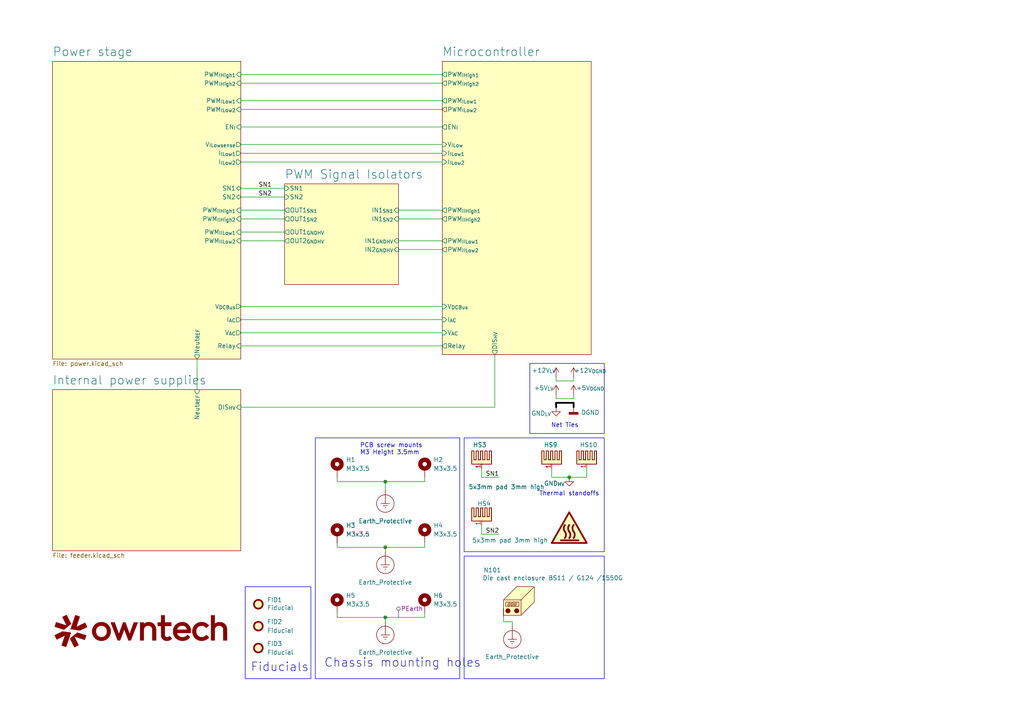
<source format=kicad_sch>
(kicad_sch (version 20250114) (generator "eeschema") (generator_version "9.0")
  (paper "A4")
  (title_block (title "Micro-inverter - 450W") (date "2026-01-27") (rev "A") (comment 1 "JAL") (comment 2 "JAL") (comment 3 "JAL") (comment 4 "V0.9"))
  (lib_symbols
    (symbol "GND_1" (power) (pin_numbers (hide yes)) (pin_names (offset 0) (hide yes))
      (property "Value" "GND" (at 0 -3.81 0))
      (symbol "GND_1_1_1"
        (pin power_in line (at 0 0 270) (length 0) (name "~") (number "1"))
      )
    )
    (symbol "Graphic:SYM_Hot_Large" (on_board no))
    (symbol "Mechanical:Fiducial"
      (property "Reference" "FID" (at 0 5.08 0))
      (property "Value" "Fiducial" (at 0 3.175 0))
    )
    (symbol "Mechanical:Heatsink_Pad" (pin_names (offset 0))
      (property "Reference" "HS" (at 0 5.715 0))
      (property "Value" "Heatsink_Pad" (at 0 3.81 0))
      (symbol "Heatsink_Pad_1_1"
        (pin passive line (at 0 -2.54 90) (length 1.27) (name "~") (number "1"))
      )
    )
    (symbol "Mechanical:Housing_Pad" (pin_numbers (hide yes)) (pin_names (offset 1.016) (hide yes))
      (property "Reference" "N" (at 4.445 0 0))
      (property "Value" "Housing_Pad" (at 4.445 -1.905 0))
      (symbol "Housing_Pad_1_1"
        (pin input line (at -5.08 -5.08 90) (length 2.54) (name "PAD") (number "1"))
      )
    )
    (symbol "Mechanical:MountingHole_Pad" (pin_numbers (hide yes)) (pin_names (offset 1.016) (hide yes)) (in_bom no)
      (property "Reference" "H" (at 0 6.35 0))
      (property "Value" "MountingHole_Pad" (at 0 4.445 0))
      (symbol "MountingHole_Pad_1_1"
        (pin input line (at 0 -2.54 90) (length 2.54) (name "1") (number "1"))
      )
    )
    (symbol "Symbols:Logo"
      (property "Reference" "U" (at 0 0 0))
    )
    (symbol "power:+12V" (power) (pin_numbers (hide yes)) (pin_names (offset 0) (hide yes))
      (property "Value" "+12V" (at 0 3.556 0))
      (symbol "+12V_1_1"
        (pin power_in line (at 0 0 90) (length 0) (name "~") (number "1"))
      )
    )
    (symbol "power:Earth_Protective" (power) (pin_numbers (hide yes)) (pin_names (offset 0) (hide yes))
      (property "Value" "Earth_Protective" (at 0 -7.62 0))
      (symbol "Earth_Protective_1_1"
        (pin power_in line (at 0 0 270) (length 0) (name "~") (number "1"))
      )
    )
    (symbol "power:GND" (power) (pin_numbers (hide yes)) (pin_names (offset 0) (hide yes))
      (property "Value" "GND" (at 0 -3.81 0))
      (symbol "GND_1_1"
        (pin power_in line (at 0 0 270) (length 0) (name "~") (number "1"))
      )
    )
    (symbol "power:GNDD" (power) (pin_numbers (hide yes)) (pin_names (offset 0) (hide yes))
      (property "Value" "GNDD" (at 0 -3.175 0))
      (symbol "GNDD_1_1"
        (pin power_in line (at 0 0 270) (length 0) (name "~") (number "1"))
      )
    )
  )
  (rectangle (start 153.67 105.41) (end 175.26 125.73))
  (rectangle (start 91.44 127) (end 133.35 196.85))
  (rectangle (start 71.12 170.18) (end 90.17 196.85))
  (rectangle (start 134.62 127) (end 175.26 160.02))
  (rectangle (start 134.62 161.29) (end 175.26 196.85))
  (text "Thermal standoffs" (at 165.1 143.256 0) (effects (font (size 1.27 1.27))))
  (text "PCB screw mounts\nM3 Height 3.5mm" (at 104.394 130.302 0) (effects (font (size 1.27 1.27)) (justify left)))
  (text "Net Ties" (at 163.83 123.444 0) (effects (font (size 1.27 1.27))))
  (text "Fiducials" (at 72.644 195.072 0) (effects (font (size 2.5 2.5)) (justify left bottom)))
  (text "Chassis mounting holes" (at 93.98 193.802 0) (effects (font (size 2.5 2.5)) (justify left bottom)))
  (junction (at 111.76 179.07))
  (junction (at 111.76 158.75))
  (junction (at 165.1 138.43))
  (junction (at 111.76 139.7))
  (wire (pts (xy 146.05 179.07) (xy 146.05 180.34)))
  (wire (pts (xy 97.79 177.8) (xy 97.79 179.07)))
  (wire (pts (xy 69.85 92.71) (xy 128.27 92.71)))
  (wire (pts (xy 69.85 69.85) (xy 82.55 69.85)))
  (wire (pts (xy 115.57 60.96) (xy 128.27 60.96)))
  (wire (pts (xy 69.85 60.96) (xy 82.55 60.96)))
  (wire (pts (xy 69.85 54.61) (xy 82.55 54.61)))
  (wire (pts (xy 97.79 138.43) (xy 97.79 139.7)))
  (wire (pts (xy 69.85 41.91) (xy 128.27 41.91)))
  (wire (pts (xy 166.37 109.22) (xy 166.37 110.49)))
  (wire (pts (xy 115.57 69.85) (xy 128.27 69.85)))
  (wire (pts (xy 97.79 158.75) (xy 111.76 158.75)))
  (wire (pts (xy 69.85 46.99) (xy 128.27 46.99)))
  (wire (pts (xy 69.85 88.9) (xy 128.27 88.9)))
  (wire (pts (xy 111.76 180.34) (xy 111.76 179.07)))
  (wire (pts (xy 97.79 179.07) (xy 111.76 179.07)))
  (wire (pts (xy 160.02 138.43) (xy 165.1 138.43)))
  (wire (pts (xy 146.05 180.34) (xy 148.59 180.34)))
  (wire (pts (xy 143.51 102.87) (xy 143.51 118.11)))
  (wire (pts (xy 166.37 110.49) (xy 161.29 110.49)))
  (wire (pts (xy 148.59 180.34) (xy 148.59 181.61)))
  (wire (pts (xy 123.19 157.48) (xy 123.19 158.75)))
  (wire (pts (xy 69.85 67.31) (xy 82.55 67.31)))
  (wire (pts (xy 97.79 157.48) (xy 97.79 158.75)))
  (wire (pts (xy 69.85 63.5) (xy 82.55 63.5)))
  (wire (pts (xy 111.76 139.7) (xy 123.19 139.7)))
  (wire (pts (xy 69.85 96.52) (xy 128.27 96.52)))
  (wire (pts (xy 139.7 138.43) (xy 139.7 135.89)))
  (wire (pts (xy 161.29 109.22) (xy 161.29 110.49)))
  (wire (pts (xy 111.76 158.75) (xy 111.76 160.02)))
  (wire (pts (xy 123.19 179.07) (xy 123.19 177.8)))
  (wire (pts (xy 69.85 57.15) (xy 82.55 57.15)))
  (wire (pts (xy 165.1 138.43) (xy 170.18 138.43)))
  (wire (pts (xy 123.19 138.43) (xy 123.19 139.7)))
  (wire (pts (xy 69.85 29.21) (xy 128.27 29.21)))
  (wire (pts (xy 161.29 116.84) (xy 161.29 118.11)) (stroke (width 0.5) (color 0 0 0 1)))
  (wire (pts (xy 111.76 158.75) (xy 123.19 158.75)))
  (wire (pts (xy 69.85 44.45) (xy 128.27 44.45)))
  (wire (pts (xy 97.79 139.7) (xy 111.76 139.7)))
  (wire (pts (xy 111.76 179.07) (xy 123.19 179.07)))
  (wire (pts (xy 143.51 118.11) (xy 69.85 118.11)))
  (wire (pts (xy 115.57 72.39) (xy 128.27 72.39)))
  (wire (pts (xy 160.02 138.43) (xy 160.02 135.89)))
  (wire (pts (xy 69.85 21.59) (xy 128.27 21.59)))
  (wire (pts (xy 69.85 36.83) (xy 128.27 36.83)))
  (wire (pts (xy 111.76 139.7) (xy 111.76 142.24)))
  (wire (pts (xy 57.15 104.14) (xy 57.15 113.03)))
  (wire (pts (xy 144.78 154.94) (xy 139.7 154.94)))
  (wire (pts (xy 166.37 115.57) (xy 161.29 115.57)))
  (wire (pts (xy 161.29 116.84) (xy 166.37 116.84)) (stroke (width 0.5) (color 0 0 0 1)))
  (wire (pts (xy 166.37 114.3) (xy 166.37 115.57)))
  (wire (pts (xy 69.85 31.75) (xy 128.27 31.75)))
  (wire (pts (xy 115.57 63.5) (xy 128.27 63.5)))
  (wire (pts (xy 166.37 116.84) (xy 166.37 118.11)) (stroke (width 0.5) (color 0 0 0 1)))
  (wire (pts (xy 139.7 154.94) (xy 139.7 152.4)))
  (wire (pts (xy 144.78 138.43) (xy 139.7 138.43)))
  (wire (pts (xy 161.29 114.3) (xy 161.29 115.57)))
  (wire (pts (xy 69.85 24.13) (xy 128.27 24.13)))
  (wire (pts (xy 69.85 100.33) (xy 128.27 100.33)))
  (wire (pts (xy 170.18 138.43) (xy 170.18 135.89)))
  (label "SN1" (at 144.78 138.43 180))
  (label "SN1" (at 74.93 54.61 0))
  (label "SN2" (at 74.93 57.15 0))
  (label "SN2" (at 144.78 154.94 180))
  (netclass_flag "" (length 2.54) (shape round) (at 115.57 179.07 0) (property "Netclass" "PEarth" (at 116.2685 176.53 0) (effects (justify left))))
  (symbol (lib_id "Mechanical:Heatsink_Pad") (at 160.02 133.35 0) (unit 1)
    (property "Reference" "HS9" (at 157.734 129.032 0) (effects (justify left)))
    (property "Value" "5x3mm pad 3mm high" (effects (hide yes)))
    (property "Footprint" "Footprints:Heatsink_BTC-533-ZN01" (effects (hide yes)))
    (property "Description" "Heatsink with electrical connection, 1 pin" (effects (hide yes)))
    (property "LCSC" "C42404563" (effects (hide yes)))
  )
  (symbol (lib_id "power:Earth_Protective") (at 148.59 181.61 0) (unit 1)
    (property "Reference" "#PWR0122" (effects (hide yes)))
    (property "Value" "Earth_Protective" (at 148.59 190.5 0))
    (property "Description" "Power symbol creates a global label with name \"Earth_Protective\"" (effects (hide yes)))
  )
  (symbol (lib_id "Mechanical:MountingHole_Pad") (at 97.79 154.94 0) (unit 1)
    (property "Reference" "H3" (at 100.33 152.3999 0) (effects (justify left)))
    (property "Value" "M3x3.5" (at 100.33 154.9399 0) (effects (justify left)))
    (property "Footprint" "Footprints:MountingHole_Pad_SMD_BD5.6-D4.1" (effects (hide yes)))
    (property "Description" "Mounting Hole with connection" (effects (hide yes)))
    (property "LCSC" "C2916333" (effects (hide yes)))
  )
  (symbol (lib_id "Mechanical:MountingHole_Pad") (at 97.79 135.89 0) (unit 1)
    (property "Reference" "H1" (at 100.33 133.3499 0) (effects (justify left)))
    (property "Value" "M3x3.5" (at 100.33 135.8899 0) (effects (justify left)))
    (property "Footprint" "Footprints:MountingHole_Pad_SMD_BD5.6-D4.1" (effects (hide yes)))
    (property "Description" "Mounting Hole with connection" (effects (hide yes)))
    (property "LCSC" "C2916333" (effects (hide yes)))
  )
  (symbol (lib_id "Mechanical:Heatsink_Pad") (at 170.18 133.35 0) (unit 1)
    (property "Reference" "HS10" (at 168.148 129.032 0) (effects (justify left)))
    (property "Value" "5x3mm pad 3mm high" (effects (hide yes)))
    (property "Footprint" "Footprints:Heatsink_BTC-533-ZN01" (effects (hide yes)))
    (property "Description" "Heatsink with electrical connection, 1 pin" (effects (hide yes)))
    (property "LCSC" "C42404563" (effects (hide yes)))
  )
  (symbol (lib_id "Graphic:SYM_Hot_Large") (at 165.1 152.4 0) (unit 1) (exclude_from_sim yes) (on_board no)
    (property "Reference" "#SYM1" (effects (hide yes)))
    (property "Value" "SYM_Hot_Large" (effects (hide yes)))
    (property "Description" "Hot surface warning symbol, large" (effects (hide yes)))
  )
  (symbol (lib_id "Mechanical:MountingHole_Pad") (at 123.19 154.94 0) (unit 1)
    (property "Reference" "H4" (at 125.73 152.3999 0) (effects (justify left)))
    (property "Value" "M3x3.5" (at 125.73 154.9399 0) (effects (justify left)))
    (property "Footprint" "Footprints:MountingHole_Pad_SMD_BD5.6-D4.1" (effects (hide yes)))
    (property "Description" "Mounting Hole with connection" (effects (hide yes)))
    (property "LCSC" "C2916333" (effects (hide yes)))
  )
  (symbol (lib_id "power:Earth_Protective") (at 111.76 160.02 0) (unit 1)
    (property "Reference" "#PWR050" (effects (hide yes)))
    (property "Value" "Earth_Protective" (at 111.76 168.91 0))
    (property "Description" "Power symbol creates a global label with name \"Earth_Protective\"" (effects (hide yes)))
  )
  (symbol (lib_id "power:+12V") (at 166.37 114.3 0) (unit 1)
    (property "Reference" "#PWR0129" (effects (hide yes)))
    (property "Value" "+5V_{DGND}" (at 171.196 112.522 0))
    (property "Description" "Power symbol creates a global label with name \"+12V\"" (effects (hide yes)))
  )
  (symbol (lib_id "Mechanical:MountingHole_Pad") (at 97.79 175.26 0) (unit 1)
    (property "Reference" "H5" (at 100.33 172.7199 0) (effects (justify left)))
    (property "Value" "M3x3.5" (at 100.33 175.2599 0) (effects (justify left)))
    (property "Footprint" "Footprints:MountingHole_Pad_SMD_BD5.6-D4.1" (effects (hide yes)))
    (property "Description" "Mounting Hole with connection" (effects (hide yes)))
    (property "LCSC" "C2916333" (effects (hide yes)))
  )
  (symbol (lib_id "Mechanical:MountingHole_Pad") (at 123.19 135.89 0) (unit 1)
    (property "Reference" "H2" (at 125.73 133.3499 0) (effects (justify left)))
    (property "Value" "M3x3.5" (at 125.73 135.8899 0) (effects (justify left)))
    (property "Footprint" "Footprints:MountingHole_Pad_SMD_BD5.6-D4.1" (effects (hide yes)))
    (property "Description" "Mounting Hole with connection" (effects (hide yes)))
    (property "LCSC" "C2916333" (effects (hide yes)))
  )
  (symbol (lib_id "Mechanical:Fiducial") (at 74.93 181.61 0) (unit 1)
    (property "Reference" "FID2" (at 77.47 180.34 0) (effects (justify left)))
    (property "Value" "Fiducial" (at 77.47 182.88 0) (effects (justify left)))
    (property "Footprint" "Fiducial:Fiducial_1mm_Mask2mm" (effects (hide yes)))
    (property "Description" "Fiducial Marker" (effects (hide yes)))
  )
  (symbol (lib_id "power:+12V") (at 161.29 109.22 0) (unit 1)
    (property "Reference" "#PWR0134" (effects (hide yes)))
    (property "Value" "+12V_{LV}" (at 157.734 107.442 0))
    (property "Description" "Power symbol creates a global label with name \"+12V\"" (effects (hide yes)))
  )
  (symbol (lib_id "Mechanical:Housing_Pad") (at 151.13 173.99 0) (unit 1) (exclude_from_sim yes) (in_bom no) (on_board no)
    (property "Reference" "N101" (at 140.208 165.354 0) (effects (justify left)))
    (property "Value" "Die cast enclosure BS11 / G124 /1550G" (at 139.954 167.64 0) (effects (justify left)))
    (property "Footprint" "Footprints:Die Cast Casing 1550G" (effects (hide yes)))
    (property "Description" "Housing with connection pin" (effects (hide yes)))
  )
  (symbol (lib_id "Mechanical:Fiducial") (at 74.93 175.26 0) (unit 1)
    (property "Reference" "FID1" (at 77.47 173.99 0) (effects (justify left)))
    (property "Value" "Fiducial" (at 77.47 176.276 0) (effects (justify left)))
    (property "Footprint" "Fiducial:Fiducial_1mm_Mask2mm" (effects (hide yes)))
    (property "Description" "Fiducial Marker" (effects (hide yes)))
  )
  (symbol (lib_id "power:Earth_Protective") (at 111.76 142.24 0) (unit 1)
    (property "Reference" "#PWR051" (effects (hide yes)))
    (property "Value" "Earth_Protective" (at 111.76 151.13 0))
    (property "Description" "Power symbol creates a global label with name \"Earth_Protective\"" (effects (hide yes)))
  )
  (symbol (lib_id "Mechanical:Heatsink_Pad") (at 139.7 133.35 0) (unit 1)
    (property "Reference" "HS3" (at 137.16 129.032 0) (effects (justify left)))
    (property "Value" "5x3mm pad 3mm high" (at 135.89 141.224 0) (effects (justify left)))
    (property "Footprint" "Footprints:Heatsink_BTC-533-ZN01" (effects (hide yes)))
    (property "Description" "Heatsink with electrical connection, 1 pin" (effects (hide yes)))
    (property "LCSC" "C42404563" (effects (hide yes)))
  )
  (symbol (lib_id "power:GND") (at 161.29 118.11 0) (unit 1)
    (property "Reference" "#PWR0127" (effects (hide yes)))
    (property "Value" "GND_{LV}" (at 156.972 119.888 0))
    (property "Description" "Power symbol creates a global label with name \"GND\" , ground" (effects (hide yes)))
  )
  (symbol (lib_id "power:GNDD") (at 166.37 118.11 0) (unit 1)
    (property "Reference" "#PWR0128" (effects (hide yes)))
    (property "Value" "DGND" (at 171.196 119.634 0))
    (property "Description" "Power symbol creates a global label with name \"GNDD\" , digital ground" (effects (hide yes)))
  )
  (symbol (lib_id "Mechanical:Heatsink_Pad") (at 139.7 149.86 0) (unit 1)
    (property "Reference" "HS4" (at 138.43 146.05 0) (effects (justify left)))
    (property "Value" "5x3mm pad 3mm high" (at 136.906 156.718 0) (effects (justify left)))
    (property "Footprint" "Footprints:Heatsink_BTC-533-ZN01" (effects (hide yes)))
    (property "Description" "Heatsink with electrical connection, 1 pin" (effects (hide yes)))
    (property "LCSC" "C42404563" (effects (hide yes)))
  )
  (symbol (lib_id "power:+12V") (at 166.37 109.22 0) (unit 1)
    (property "Reference" "#PWR0135" (effects (hide yes)))
    (property "Value" "+12V_{DGND}" (at 171.196 107.442 0))
    (property "Description" "Power symbol creates a global label with name \"+12V\"" (effects (hide yes)))
  )
  (symbol (lib_id "Mechanical:Fiducial") (at 74.93 187.96 0) (unit 1)
    (property "Reference" "FID3" (at 77.47 186.69 0) (effects (justify left)))
    (property "Value" "Fiducial" (at 77.47 189.23 0) (effects (justify left)))
    (property "Footprint" "Fiducial:Fiducial_1mm_Mask2mm" (effects (hide yes)))
    (property "Description" "Fiducial Marker" (effects (hide yes)))
  )
  (symbol (lib_id "power:Earth_Protective") (at 111.76 180.34 0) (unit 1)
    (property "Reference" "#PWR049" (effects (hide yes)))
    (property "Value" "Earth_Protective" (at 111.76 189.23 0))
    (property "Description" "Power symbol creates a global label with name \"Earth_Protective\"" (effects (hide yes)))
  )
  (symbol (lib_id "Symbols:Logo") (at 20.32 182.88 0) (unit 1)
    (property "Reference" "Logo1" (effects (hide yes)))
    (property "Footprint" "Footprints:owntech34mmneg" (effects (hide yes)))
  )
  (symbol (lib_id "power:+12V") (at 161.29 114.3 0) (unit 1)
    (property "Reference" "#PWR0130" (effects (hide yes)))
    (property "Value" "+5V_{LV}" (at 157.734 112.522 0))
    (property "Description" "Power symbol creates a global label with name \"+12V\"" (effects (hide yes)))
  )
  (symbol (lib_name "GND_1") (lib_id "power:GND") (at 165.1 138.43 0) (unit 1)
    (property "Reference" "#PWR0131" (effects (hide yes)))
    (property "Value" "GND_{HV}" (at 160.782 140.208 0))
    (property "Description" "Power symbol creates a global label with name \"GND\" , ground" (effects (hide yes)))
  )
  (symbol (lib_id "Mechanical:MountingHole_Pad") (at 123.19 175.26 0) (unit 1)
    (property "Reference" "H6" (at 125.73 172.7199 0) (effects (justify left)))
    (property "Value" "M3x3.5" (at 125.73 175.2599 0) (effects (justify left)))
    (property "Footprint" "Footprints:MountingHole_Pad_SMD_BD5.6-D4.1" (effects (hide yes)))
    (property "Description" "Mounting Hole with connection" (effects (hide yes)))
    (property "LCSC" "C2916333" (effects (hide yes)))
  )
  (sheet (at 82.55 53.34) (size 33.02 29.21) (stroke (width 0.1524)) (fill (color 255 255 194 1.0000))
    (property "Sheetname" "PWM Signal Isolators" (at 82.55 52.0134 0) (effects (font (size 2.5 2.5)) (justify left bottom)))
    (property "Sheetfile" "signal_isolators.kicad_sch" (effects (hide yes)))
    (pin "IN1_{GNDHV}" input (at 115.57 69.85 0))
    (pin "SN2" input (at 82.55 57.15 180))
    (pin "SN1" input (at 82.55 54.61 180))
    (pin "OUT1_{SN1}" output (at 82.55 60.96 180))
    (pin "IN1_{SN2}" input (at 115.57 63.5 0))
    (pin "IN1_{SN1}" input (at 115.57 60.96 0))
    (pin "OUT2_{GNDHV}" output (at 82.55 69.85 180))
    (pin "IN2_{GNDHV}" input (at 115.57 72.39 0))
    (pin "OUT1_{SN2}" output (at 82.55 63.5 180))
    (pin "OUT1_{GNDHV}" output (at 82.55 67.31 180))
  )
  (sheet (at 15.24 17.78) (size 54.61 86.36) (stroke (width 0.1524)) (fill (color 255 255 194 1.0000))
    (property "Sheetname" "Power stage" (at 15.24 16.4534 0) (effects (font (size 2.5 2.5)) (justify left bottom)))
    (property "Sheetfile" "power.kicad_sch" (at 15.24 104.7246 0) (effects (justify left top)))
    (pin "PWM_{IHigh1}" input (at 69.85 21.59 0))
    (pin "PWM_{IILow2}" input (at 69.85 69.85 0))
    (pin "EN_{I}" input (at 69.85 36.83 0))
    (pin "PWM_{IIHigh1}" input (at 69.85 60.96 0))
    (pin "I_{ILow1}" output (at 69.85 44.45 0))
    (pin "I_{AC}" output (at 69.85 92.71 0))
    (pin "V_{AC}" output (at 69.85 96.52 0))
    (pin "Relay" input (at 69.85 100.33 0))
    (pin "PWM_{IIHigh2}" input (at 69.85 63.5 0))
    (pin "PWM_{ILow1}" input (at 69.85 29.21 0))
    (pin "PWM_{IILow1}" input (at 69.85 67.31 0))
    (pin "I_{ILow2}" output (at 69.85 46.99 0))
    (pin "PWM_{ILow2}" input (at 69.85 31.75 0))
    (pin "PWM_{IHigh2}" input (at 69.85 24.13 0))
    (pin "V_{DCBus}" output (at 69.85 88.9 0))
    (pin "SN1" bidirectional (at 69.85 54.61 0))
    (pin "SN2" bidirectional (at 69.85 57.15 0))
    (pin "Neut_{REF}" output (at 57.15 104.14 270))
    (pin "V_{ILowsense}" output (at 69.85 41.91 0))
  )
  (sheet (at 128.27 17.78) (size 43.18 85.09) (stroke (width 0.1524)) (fill (color 255 255 194 1.0000))
    (property "Sheetname" "Microcontroller" (at 128.27 16.4534 0) (effects (font (size 2.5 2.5)) (justify left bottom)))
    (property "Sheetfile" "Microcontroller.kicad_sch" (effects (hide yes)))
    (pin "PWM_{IILow1}" output (at 128.27 69.85 180))
    (pin "V_{ILow}" input (at 128.27 41.91 180))
    (pin "I_{AC}" input (at 128.27 92.71 180))
    (pin "PWM_{ILow1}" output (at 128.27 29.21 180))
    (pin "PWM_{IIHigh1}" output (at 128.27 60.96 180))
    (pin "EN_{I}" output (at 128.27 36.83 180))
    (pin "I_{ILow1}" input (at 128.27 44.45 180))
    (pin "PWM_{IHigh1}" output (at 128.27 21.59 180))
    (pin "PWM_{IILow2}" output (at 128.27 72.39 180))
    (pin "PWM_{IHigh2}" output (at 128.27 24.13 180))
    (pin "I_{ILow2}" input (at 128.27 46.99 180))
    (pin "PWM_{ILow2}" output (at 128.27 31.75 180))
    (pin "PWM_{IIHigh2}" output (at 128.27 63.5 180))
    (pin "V_{AC}" input (at 128.27 96.52 180))
    (pin "Relay" output (at 128.27 100.33 180))
    (pin "V_{DCBus}" input (at 128.27 88.9 180))
    (pin "DIS_{HV}" output (at 143.51 102.87 270))
  )
  (sheet (at 15.24 113.03) (size 54.61 46.736) (stroke (width 0.1524)) (fill (color 255 255 194 1.0000))
    (property "Sheetname" "Internal power supplies" (at 15.24 111.7034 0) (effects (font (size 2.5 2.5)) (justify left bottom)))
    (property "Sheetfile" "feeder.kicad_sch" (at 15.24 160.3506 0) (effects (justify left top)))
    (pin "DIS_{HV}" input (at 69.85 118.11 0))
    (pin "Neut_{REF}" input (at 57.15 113.03 90))
  )
)
</source>
